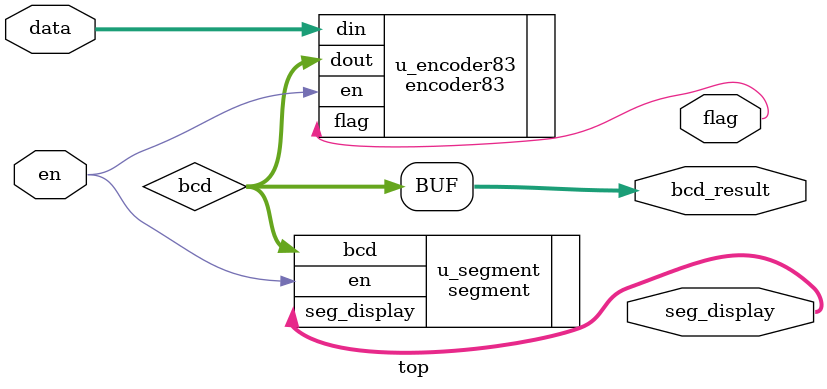
<source format=v>
module top (
    input wire en,
    input wire [7:0] data,
    output wire flag,
    output wire [7:0] seg_display,
    output wire [2:0] bcd_result
);
    wire [2:0] bcd;
    assign bcd_result = bcd;

    encoder83 u_encoder83 (
        .din(data),
        .en(en),
        .dout(bcd),
        .flag(flag)
    );

    segment u_segment (
        .en(en),
        .bcd(bcd),
        .seg_display(seg_display)
    );

endmodule
</source>
